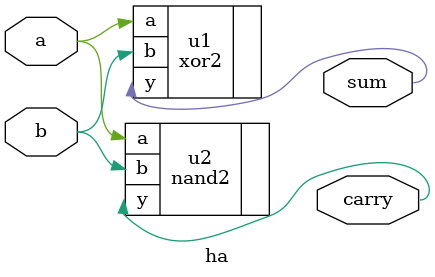
<source format=sv>
module ha (
	input logic a, 
	input logic b, 
	output logic sum, 
	output logic carry ); 

// Instantiate the XOR gate, unit u1, for the sum 
xor2 u1 (
	.a(a), 
	.b(b), 
	.y(sum)
	); 

// Instantiate the AND gate, unit u2, for the carry 
nand2 u2 (
	.a(a), 
	.b(b), 
	.y(carry)
	); 

endmodule

</source>
